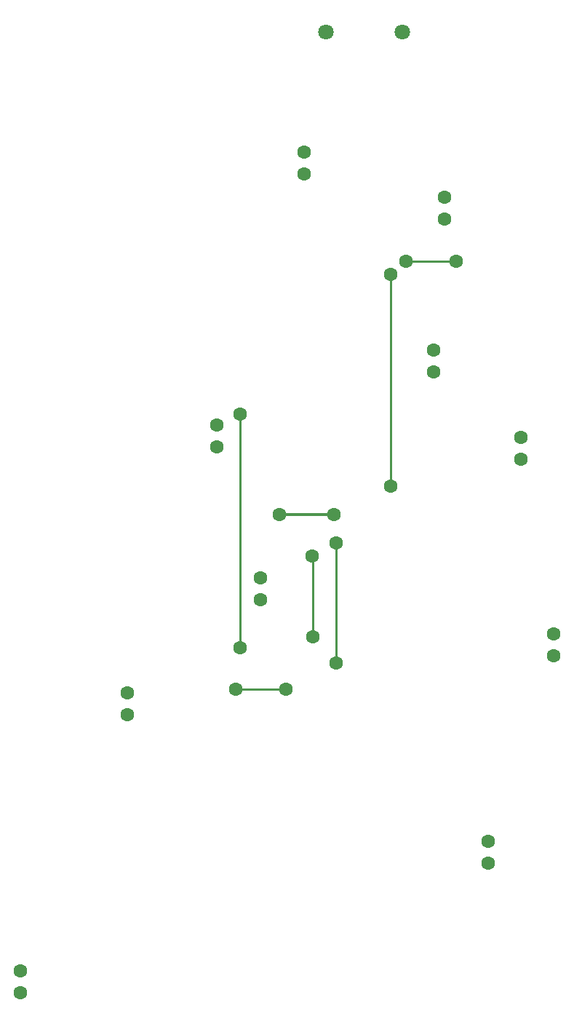
<source format=gbr>
G04 EAGLE Gerber RS-274X export*
G75*
%MOMM*%
%FSLAX34Y34*%
%LPD*%
%INTop Copper*%
%IPPOS*%
%AMOC8*
5,1,8,0,0,1.08239X$1,22.5*%
G01*
%ADD10C,1.800000*%
%ADD11C,1.600000*%
%ADD12C,0.254000*%
%ADD13C,0.300000*%


D10*
X470800Y1391500D03*
D11*
X150600Y622800D03*
X150600Y597400D03*
X254900Y934300D03*
X254900Y908900D03*
X646800Y665900D03*
X646800Y691300D03*
X305700Y756500D03*
X305700Y731100D03*
X608700Y894500D03*
X608700Y919900D03*
X519800Y1173900D03*
X519800Y1199300D03*
X356500Y1251800D03*
X356500Y1226400D03*
X570600Y424600D03*
X570600Y450000D03*
X26300Y299300D03*
X26300Y273900D03*
X507100Y996100D03*
X507100Y1021500D03*
D10*
X381900Y1391500D03*
D11*
X533400Y1125220D03*
X474980Y1125220D03*
D12*
X533400Y1125220D01*
D11*
X281940Y675640D03*
D12*
X281940Y947420D01*
D11*
X281940Y947420D03*
X366130Y687970D03*
D12*
X366130Y781950D01*
X365760Y782320D01*
D11*
X365760Y782320D03*
X327660Y830580D03*
X391160Y830580D03*
D13*
X327660Y830580D01*
D11*
X393700Y657860D03*
X276860Y627380D03*
D12*
X335280Y627380D01*
D11*
X335280Y627380D03*
D12*
X393700Y657860D02*
X393700Y797560D01*
D11*
X393700Y797560D03*
X457200Y863600D03*
D12*
X457200Y1109980D01*
D11*
X457200Y1109980D03*
M02*

</source>
